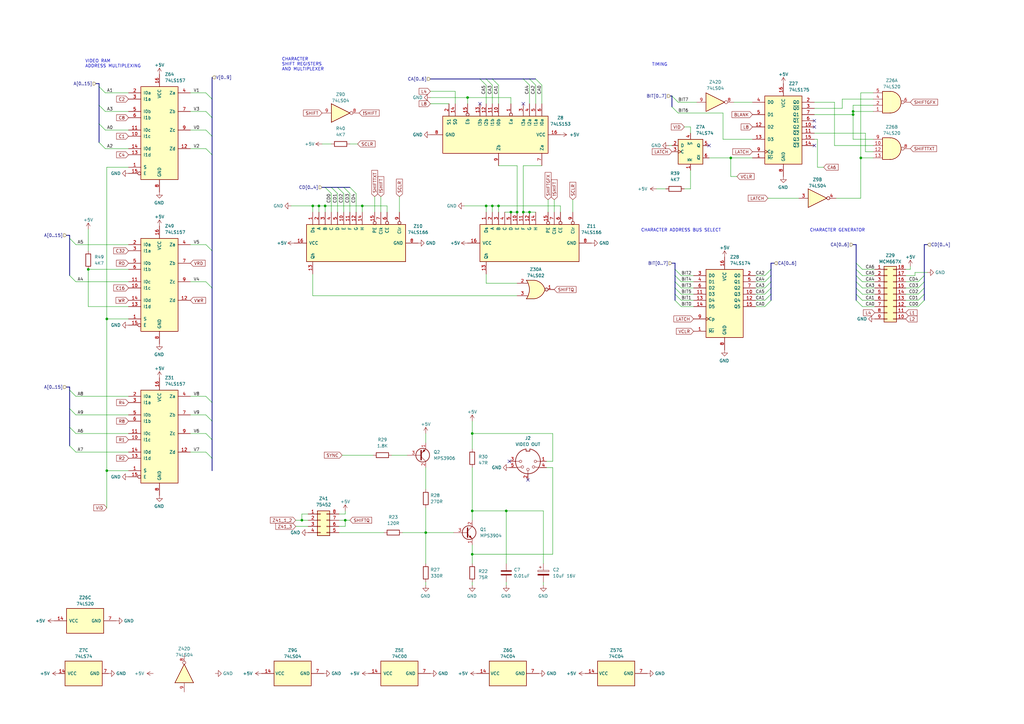
<source format=kicad_sch>
(kicad_sch (version 20230121) (generator eeschema)
  (paper "A3")
  (junction (at 130.81 84.455))
  (junction (at 128.27 84.455))
  (junction (at 349.885 46.99))
  (junction (at 201.93 84.455))
  (junction (at 199.39 84.455))
  (junction (at 193.675 209.55))
  (junction (at 174.625 218.44))
  (junction (at 43.815 130.81))
  (junction (at 209.55 86.995))
  (junction (at 193.675 177.8))
  (junction (at 191.77 40.005))
  (junction (at 214.63 86.995))
  (junction (at 133.35 84.455))
  (junction (at 141.605 213.36))
  (junction (at 43.815 193.04))
  (junction (at 349.885 45.72))
  (junction (at 193.675 227.33))
  (junction (at 299.72 64.77))
  (junction (at 207.645 209.55))
  (junction (at 204.47 84.455))
  (junction (at 123.825 213.36))
  (junction (at 212.09 86.995))
  (junction (at 353.06 64.77))
  (junction (at 148.59 84.455))
  (junction (at 36.195 110.49))
  (junction (at 217.17 86.995))
  (no_connect (at 334.01 59.69))
  (no_connect (at 334.01 49.53))
  (no_connect (at 290.83 59.69))
  (no_connect (at 334.01 52.07))
  (no_connect (at 196.85 42.545))
  (no_connect (at 208.915 189.23))
  (no_connect (at 214.63 42.545))
  (no_connect (at 216.535 196.85))
  (bus_entry (at 351.155 123.19) (size 2.54 2.54))
  (bus_entry (at 84.455 60.96) (size 2.54 2.54))
  (bus_entry (at 40.64 35.56) (size 2.54 2.54))
  (bus_entry (at 313.69 113.03) (size 2.54 -2.54))
  (bus_entry (at 351.155 113.03) (size 2.54 2.54))
  (bus_entry (at 84.455 45.72) (size 2.54 2.54))
  (bus_entry (at 313.69 125.73) (size 2.54 -2.54))
  (bus_entry (at 138.43 76.835) (size 2.54 2.54))
  (bus_entry (at 376.555 115.57) (size 2.54 -2.54))
  (bus_entry (at 84.455 162.56) (size 2.54 2.54))
  (bus_entry (at 313.69 120.65) (size 2.54 -2.54))
  (bus_entry (at 84.455 185.42) (size 2.54 2.54))
  (bus_entry (at 84.455 100.33) (size 2.54 2.54))
  (bus_entry (at 376.555 123.19) (size 2.54 -2.54))
  (bus_entry (at 43.18 60.96) (size -2.54 -2.54))
  (bus_entry (at 376.555 120.65) (size 2.54 -2.54))
  (bus_entry (at 275.59 43.815) (size 2.54 2.54))
  (bus_entry (at 28.575 97.79) (size 2.54 2.54))
  (bus_entry (at 313.69 115.57) (size 2.54 -2.54))
  (bus_entry (at 217.17 32.385) (size 2.54 2.54))
  (bus_entry (at 313.69 123.19) (size 2.54 -2.54))
  (bus_entry (at 201.93 32.385) (size 2.54 2.54))
  (bus_entry (at 43.18 53.34) (size -2.54 -2.54))
  (bus_entry (at 133.35 76.835) (size 2.54 2.54))
  (bus_entry (at 313.69 118.11) (size 2.54 -2.54))
  (bus_entry (at 140.97 76.835) (size 2.54 2.54))
  (bus_entry (at 40.64 43.18) (size 2.54 2.54))
  (bus_entry (at 28.575 167.64) (size 2.54 2.54))
  (bus_entry (at 135.89 76.835) (size 2.54 2.54))
  (bus_entry (at 28.575 182.88) (size 2.54 2.54))
  (bus_entry (at 28.575 175.26) (size 2.54 2.54))
  (bus_entry (at 84.455 115.57) (size 2.54 2.54))
  (bus_entry (at 196.85 32.385) (size 2.54 2.54))
  (bus_entry (at 276.86 113.03) (size 2.54 2.54))
  (bus_entry (at 143.51 76.835) (size 2.54 2.54))
  (bus_entry (at 351.155 110.49) (size 2.54 2.54))
  (bus_entry (at 276.86 110.49) (size 2.54 2.54))
  (bus_entry (at 376.555 118.11) (size 2.54 -2.54))
  (bus_entry (at 84.455 170.18) (size 2.54 2.54))
  (bus_entry (at 351.155 120.65) (size 2.54 2.54))
  (bus_entry (at 275.59 39.37) (size 2.54 2.54))
  (bus_entry (at 84.455 177.8) (size 2.54 2.54))
  (bus_entry (at 351.155 107.95) (size 2.54 2.54))
  (bus_entry (at 276.86 118.11) (size 2.54 2.54))
  (bus_entry (at 351.155 115.57) (size 2.54 2.54))
  (bus_entry (at 214.63 32.385) (size 2.54 2.54))
  (bus_entry (at 376.555 125.73) (size 2.54 -2.54))
  (bus_entry (at 84.455 38.1) (size 2.54 2.54))
  (bus_entry (at 28.575 113.03) (size 2.54 2.54))
  (bus_entry (at 28.575 160.02) (size 2.54 2.54))
  (bus_entry (at 276.86 123.19) (size 2.54 2.54))
  (bus_entry (at 276.86 115.57) (size 2.54 2.54))
  (bus_entry (at 219.71 32.385) (size 2.54 2.54))
  (bus_entry (at 84.455 53.34) (size 2.54 2.54))
  (bus_entry (at 351.155 118.11) (size 2.54 2.54))
  (bus_entry (at 276.86 120.65) (size 2.54 2.54))
  (bus_entry (at 199.39 32.385) (size 2.54 2.54))
  (wire (pts (xy 130.81 84.455) (xy 130.81 86.995)))
  (wire (pts (xy 353.695 110.49) (xy 358.775 110.49)))
  (wire (pts (xy 43.815 68.58) (xy 43.815 130.81)))
  (bus (pts (xy 276.86 113.03) (xy 276.86 115.57)))
  (wire (pts (xy 309.88 118.11) (xy 313.69 118.11)))
  (wire (pts (xy 43.815 130.81) (xy 52.705 130.81)))
  (wire (pts (xy 226.695 227.33) (xy 226.695 191.77)))
  (wire (pts (xy 296.545 57.15) (xy 296.545 46.355)))
  (wire (pts (xy 193.675 238.76) (xy 193.675 240.03)))
  (bus (pts (xy 28.575 97.79) (xy 28.575 113.03)))
  (bus (pts (xy 317.5 107.95) (xy 316.23 107.95)))
  (wire (pts (xy 31.115 100.33) (xy 52.705 100.33)))
  (wire (pts (xy 353.06 38.1) (xy 358.14 38.1)))
  (bus (pts (xy 379.095 115.57) (xy 379.095 118.11)))
  (wire (pts (xy 342.265 41.91) (xy 342.265 59.69)))
  (wire (pts (xy 290.83 64.77) (xy 299.72 64.77)))
  (bus (pts (xy 214.63 32.385) (xy 217.17 32.385)))
  (bus (pts (xy 351.155 110.49) (xy 351.155 113.03)))
  (wire (pts (xy 43.815 193.04) (xy 43.815 208.28)))
  (bus (pts (xy 86.995 31.75) (xy 86.995 40.64)))
  (wire (pts (xy 193.675 223.52) (xy 193.675 227.33)))
  (wire (pts (xy 309.88 123.19) (xy 313.69 123.19)))
  (wire (pts (xy 204.47 84.455) (xy 229.87 84.455)))
  (wire (pts (xy 212.09 116.205) (xy 199.39 116.205)))
  (wire (pts (xy 43.18 38.1) (xy 52.705 38.1)))
  (wire (pts (xy 141.605 210.82) (xy 141.605 209.55)))
  (wire (pts (xy 222.885 231.14) (xy 222.885 209.55)))
  (wire (pts (xy 165.1 218.44) (xy 174.625 218.44)))
  (bus (pts (xy 133.35 76.835) (xy 135.89 76.835)))
  (wire (pts (xy 302.26 72.39) (xy 299.72 72.39)))
  (bus (pts (xy 316.23 118.11) (xy 316.23 120.65)))
  (wire (pts (xy 309.88 115.57) (xy 313.69 115.57)))
  (wire (pts (xy 132.08 59.055) (xy 135.89 59.055)))
  (bus (pts (xy 86.995 63.5) (xy 86.995 102.87)))
  (wire (pts (xy 226.695 177.8) (xy 226.695 189.23)))
  (wire (pts (xy 349.885 46.99) (xy 349.885 57.15)))
  (wire (pts (xy 128.27 84.455) (xy 128.27 86.995)))
  (wire (pts (xy 204.47 84.455) (xy 204.47 86.995)))
  (bus (pts (xy 275.59 107.95) (xy 276.86 107.95)))
  (bus (pts (xy 196.85 32.385) (xy 199.39 32.385)))
  (wire (pts (xy 43.815 130.81) (xy 43.815 193.04)))
  (wire (pts (xy 130.81 84.455) (xy 133.35 84.455)))
  (wire (pts (xy 204.47 34.925) (xy 204.47 42.545)))
  (wire (pts (xy 224.155 189.23) (xy 226.695 189.23)))
  (bus (pts (xy 201.93 32.385) (xy 214.63 32.385)))
  (wire (pts (xy 280.67 52.07) (xy 283.21 52.07)))
  (wire (pts (xy 148.59 84.455) (xy 158.75 84.455)))
  (wire (pts (xy 148.59 84.455) (xy 148.59 86.995)))
  (wire (pts (xy 201.93 84.455) (xy 204.47 84.455)))
  (bus (pts (xy 27.305 96.52) (xy 28.575 96.52)))
  (wire (pts (xy 234.95 81.915) (xy 234.95 86.995)))
  (wire (pts (xy 146.05 79.375) (xy 146.05 86.995)))
  (bus (pts (xy 40.64 50.8) (xy 40.64 58.42)))
  (wire (pts (xy 139.065 218.44) (xy 157.48 218.44)))
  (wire (pts (xy 193.675 172.72) (xy 193.675 177.8)))
  (wire (pts (xy 123.825 213.36) (xy 126.365 213.36)))
  (bus (pts (xy 217.17 32.385) (xy 219.71 32.385)))
  (wire (pts (xy 380.365 111.76) (xy 375.285 111.76)))
  (wire (pts (xy 174.625 181.61) (xy 174.625 177.8)))
  (wire (pts (xy 335.28 68.58) (xy 337.82 68.58)))
  (wire (pts (xy 222.25 34.925) (xy 222.25 42.545)))
  (wire (pts (xy 280.67 77.47) (xy 283.21 77.47)))
  (wire (pts (xy 158.75 86.995) (xy 158.75 84.455)))
  (wire (pts (xy 349.885 43.18) (xy 349.885 45.72)))
  (bus (pts (xy 316.23 110.49) (xy 316.23 113.03)))
  (wire (pts (xy 283.21 77.47) (xy 283.21 69.85)))
  (wire (pts (xy 371.475 125.73) (xy 376.555 125.73)))
  (wire (pts (xy 278.13 41.91) (xy 285.75 41.91)))
  (wire (pts (xy 375.285 113.03) (xy 371.475 113.03)))
  (wire (pts (xy 199.39 84.455) (xy 199.39 86.995)))
  (wire (pts (xy 212.09 67.945) (xy 204.47 67.945)))
  (wire (pts (xy 209.55 42.545) (xy 209.55 40.005)))
  (bus (pts (xy 86.995 55.88) (xy 86.995 63.5)))
  (bus (pts (xy 86.995 40.64) (xy 86.995 48.26)))
  (wire (pts (xy 141.605 213.36) (xy 143.51 213.36)))
  (wire (pts (xy 353.695 115.57) (xy 358.775 115.57)))
  (wire (pts (xy 174.625 208.28) (xy 174.625 218.44)))
  (wire (pts (xy 193.675 177.8) (xy 226.695 177.8)))
  (bus (pts (xy 379.095 113.03) (xy 379.095 115.57)))
  (wire (pts (xy 342.265 59.69) (xy 358.14 59.69)))
  (wire (pts (xy 334.01 41.91) (xy 342.265 41.91)))
  (wire (pts (xy 353.06 64.77) (xy 358.14 64.77)))
  (wire (pts (xy 334.01 57.15) (xy 335.28 57.15)))
  (wire (pts (xy 222.885 209.55) (xy 207.645 209.55)))
  (wire (pts (xy 309.88 125.73) (xy 313.69 125.73)))
  (wire (pts (xy 193.675 177.8) (xy 193.675 184.15)))
  (wire (pts (xy 191.77 40.005) (xy 191.77 42.545)))
  (wire (pts (xy 224.79 81.915) (xy 224.79 86.995)))
  (wire (pts (xy 354.965 62.23) (xy 358.14 62.23)))
  (wire (pts (xy 279.4 118.11) (xy 284.48 118.11)))
  (wire (pts (xy 334.01 54.61) (xy 354.965 54.61)))
  (wire (pts (xy 299.72 64.77) (xy 308.61 64.77)))
  (wire (pts (xy 78.105 170.18) (xy 84.455 170.18)))
  (bus (pts (xy 275.59 39.37) (xy 275.59 43.815)))
  (wire (pts (xy 36.195 125.73) (xy 36.195 110.49)))
  (wire (pts (xy 345.44 40.64) (xy 345.44 44.45)))
  (wire (pts (xy 279.4 125.73) (xy 284.48 125.73)))
  (wire (pts (xy 269.24 77.47) (xy 273.05 77.47)))
  (wire (pts (xy 222.885 238.76) (xy 222.885 240.03)))
  (wire (pts (xy 31.115 162.56) (xy 52.705 162.56)))
  (wire (pts (xy 128.27 112.395) (xy 128.27 121.285)))
  (wire (pts (xy 78.105 60.96) (xy 84.455 60.96)))
  (wire (pts (xy 299.72 72.39) (xy 299.72 64.77)))
  (wire (pts (xy 358.14 43.18) (xy 349.885 43.18)))
  (wire (pts (xy 174.625 218.44) (xy 186.055 218.44)))
  (bus (pts (xy 40.64 34.29) (xy 40.64 35.56)))
  (bus (pts (xy 28.575 160.02) (xy 28.575 167.64)))
  (wire (pts (xy 219.71 34.925) (xy 219.71 42.545)))
  (wire (pts (xy 308.61 57.15) (xy 296.545 57.15)))
  (wire (pts (xy 358.14 40.64) (xy 345.44 40.64)))
  (bus (pts (xy 86.995 48.26) (xy 86.995 55.88)))
  (wire (pts (xy 201.93 34.925) (xy 201.93 42.545)))
  (wire (pts (xy 78.105 162.56) (xy 84.455 162.56)))
  (wire (pts (xy 141.605 215.9) (xy 141.605 213.36)))
  (wire (pts (xy 217.17 34.925) (xy 217.17 42.545)))
  (wire (pts (xy 279.4 123.19) (xy 284.48 123.19)))
  (bus (pts (xy 86.995 118.11) (xy 86.995 165.1)))
  (bus (pts (xy 86.995 165.1) (xy 86.995 172.72)))
  (wire (pts (xy 128.27 121.285) (xy 212.09 121.285)))
  (wire (pts (xy 190.5 84.455) (xy 199.39 84.455)))
  (wire (pts (xy 193.675 209.55) (xy 193.675 213.36)))
  (wire (pts (xy 78.105 45.72) (xy 84.455 45.72)))
  (wire (pts (xy 121.285 215.9) (xy 126.365 215.9)))
  (wire (pts (xy 199.39 116.205) (xy 199.39 112.395)))
  (wire (pts (xy 128.27 84.455) (xy 130.81 84.455)))
  (wire (pts (xy 193.675 227.33) (xy 226.695 227.33)))
  (bus (pts (xy 138.43 76.835) (xy 140.97 76.835)))
  (wire (pts (xy 214.63 67.945) (xy 222.25 67.945)))
  (bus (pts (xy 276.86 120.65) (xy 276.86 123.19)))
  (wire (pts (xy 160.655 186.69) (xy 167.005 186.69)))
  (bus (pts (xy 316.23 115.57) (xy 316.23 118.11)))
  (wire (pts (xy 43.18 60.96) (xy 52.705 60.96)))
  (bus (pts (xy 316.23 113.03) (xy 316.23 115.57)))
  (wire (pts (xy 78.105 115.57) (xy 84.455 115.57)))
  (wire (pts (xy 309.88 113.03) (xy 313.69 113.03)))
  (wire (pts (xy 193.675 209.55) (xy 207.645 209.55)))
  (wire (pts (xy 283.21 52.07) (xy 283.21 54.61)))
  (wire (pts (xy 334.01 44.45) (xy 345.44 44.45)))
  (wire (pts (xy 353.06 81.28) (xy 342.9 81.28)))
  (bus (pts (xy 380.365 100.33) (xy 379.095 100.33)))
  (wire (pts (xy 353.695 125.73) (xy 358.775 125.73)))
  (wire (pts (xy 174.625 218.44) (xy 174.625 231.14)))
  (wire (pts (xy 139.065 215.9) (xy 141.605 215.9)))
  (bus (pts (xy 351.155 120.65) (xy 351.155 123.19)))
  (bus (pts (xy 86.995 187.96) (xy 86.995 193.04)))
  (bus (pts (xy 351.155 113.03) (xy 351.155 115.57)))
  (wire (pts (xy 226.695 191.77) (xy 224.155 191.77)))
  (wire (pts (xy 31.115 170.18) (xy 52.705 170.18)))
  (bus (pts (xy 379.095 100.33) (xy 379.095 113.03)))
  (wire (pts (xy 309.88 120.65) (xy 313.69 120.65)))
  (wire (pts (xy 121.285 213.36) (xy 123.825 213.36)))
  (wire (pts (xy 31.115 177.8) (xy 52.705 177.8)))
  (wire (pts (xy 156.21 80.645) (xy 156.21 86.995)))
  (wire (pts (xy 371.475 118.11) (xy 376.555 118.11)))
  (wire (pts (xy 279.4 120.65) (xy 284.48 120.65)))
  (wire (pts (xy 119.38 84.455) (xy 128.27 84.455)))
  (wire (pts (xy 375.285 111.76) (xy 375.285 113.03)))
  (bus (pts (xy 39.37 34.29) (xy 40.64 34.29)))
  (wire (pts (xy 353.06 38.1) (xy 353.06 64.77)))
  (wire (pts (xy 43.815 193.04) (xy 52.705 193.04)))
  (wire (pts (xy 371.475 115.57) (xy 376.555 115.57)))
  (wire (pts (xy 78.105 38.1) (xy 84.455 38.1)))
  (bus (pts (xy 86.995 180.34) (xy 86.995 187.96)))
  (wire (pts (xy 31.115 115.57) (xy 52.705 115.57)))
  (wire (pts (xy 212.09 86.995) (xy 212.09 67.945)))
  (wire (pts (xy 279.4 113.03) (xy 284.48 113.03)))
  (wire (pts (xy 186.69 37.465) (xy 176.53 37.465)))
  (wire (pts (xy 353.695 123.19) (xy 358.775 123.19)))
  (bus (pts (xy 132.08 76.835) (xy 133.35 76.835)))
  (bus (pts (xy 276.86 110.49) (xy 276.86 113.03)))
  (wire (pts (xy 146.685 59.055) (xy 143.51 59.055)))
  (wire (pts (xy 274.32 59.69) (xy 275.59 59.69)))
  (wire (pts (xy 133.35 84.455) (xy 133.35 86.995)))
  (wire (pts (xy 371.475 110.49) (xy 373.38 110.49)))
  (bus (pts (xy 28.575 158.75) (xy 28.575 160.02)))
  (wire (pts (xy 140.97 79.375) (xy 140.97 86.995)))
  (bus (pts (xy 276.86 115.57) (xy 276.86 118.11)))
  (bus (pts (xy 40.64 43.18) (xy 40.64 50.8)))
  (wire (pts (xy 193.675 191.77) (xy 193.675 209.55)))
  (wire (pts (xy 214.63 86.995) (xy 214.63 67.945)))
  (bus (pts (xy 351.155 100.33) (xy 351.155 107.95)))
  (bus (pts (xy 379.095 118.11) (xy 379.095 120.65)))
  (wire (pts (xy 139.065 210.82) (xy 141.605 210.82)))
  (wire (pts (xy 31.115 185.42) (xy 52.705 185.42)))
  (wire (pts (xy 227.33 81.915) (xy 227.33 86.995)))
  (wire (pts (xy 229.87 86.995) (xy 229.87 84.455)))
  (wire (pts (xy 373.38 110.49) (xy 373.38 109.22)))
  (bus (pts (xy 40.64 35.56) (xy 40.64 43.18)))
  (wire (pts (xy 354.965 54.61) (xy 354.965 62.23)))
  (wire (pts (xy 43.815 68.58) (xy 52.705 68.58)))
  (wire (pts (xy 300.99 41.91) (xy 308.61 41.91)))
  (bus (pts (xy 276.86 118.11) (xy 276.86 120.65)))
  (wire (pts (xy 349.885 45.72) (xy 349.885 46.99)))
  (wire (pts (xy 126.365 210.82) (xy 123.825 210.82)))
  (bus (pts (xy 86.995 102.87) (xy 86.995 118.11)))
  (wire (pts (xy 186.69 42.545) (xy 186.69 37.465)))
  (wire (pts (xy 153.67 80.645) (xy 153.67 86.995)))
  (wire (pts (xy 43.18 45.72) (xy 52.705 45.72)))
  (wire (pts (xy 138.43 79.375) (xy 138.43 86.995)))
  (wire (pts (xy 207.645 231.14) (xy 207.645 209.55)))
  (wire (pts (xy 78.105 100.33) (xy 84.455 100.33)))
  (bus (pts (xy 140.97 76.835) (xy 143.51 76.835)))
  (wire (pts (xy 358.14 45.72) (xy 349.885 45.72)))
  (bus (pts (xy 316.23 107.95) (xy 316.23 110.49)))
  (bus (pts (xy 349.885 100.33) (xy 351.155 100.33)))
  (wire (pts (xy 139.065 213.36) (xy 141.605 213.36)))
  (wire (pts (xy 193.675 227.33) (xy 193.675 231.14)))
  (bus (pts (xy 27.305 158.75) (xy 28.575 158.75)))
  (wire (pts (xy 371.475 123.19) (xy 376.555 123.19)))
  (wire (pts (xy 36.195 93.98) (xy 36.195 102.87)))
  (bus (pts (xy 176.53 32.385) (xy 196.85 32.385)))
  (wire (pts (xy 199.39 84.455) (xy 201.93 84.455)))
  (bus (pts (xy 351.155 115.57) (xy 351.155 118.11)))
  (wire (pts (xy 371.475 120.65) (xy 376.555 120.65)))
  (wire (pts (xy 201.93 84.455) (xy 201.93 86.995)))
  (wire (pts (xy 279.4 115.57) (xy 284.48 115.57)))
  (wire (pts (xy 353.06 64.77) (xy 353.06 81.28)))
  (bus (pts (xy 28.575 175.26) (xy 28.575 182.88)))
  (wire (pts (xy 207.01 86.995) (xy 209.55 86.995)))
  (wire (pts (xy 209.55 40.005) (xy 191.77 40.005)))
  (wire (pts (xy 52.705 125.73) (xy 36.195 125.73)))
  (bus (pts (xy 135.89 76.835) (xy 138.43 76.835)))
  (wire (pts (xy 217.17 86.995) (xy 219.71 86.995)))
  (bus (pts (xy 274.955 39.37) (xy 275.59 39.37)))
  (wire (pts (xy 199.39 34.925) (xy 199.39 42.545)))
  (wire (pts (xy 207.645 240.03) (xy 207.645 238.76)))
  (wire (pts (xy 349.885 57.15) (xy 358.14 57.15)))
  (bus (pts (xy 276.86 107.95) (xy 276.86 110.49)))
  (wire (pts (xy 335.28 57.15) (xy 335.28 68.58)))
  (wire (pts (xy 353.695 113.03) (xy 358.775 113.03)))
  (wire (pts (xy 278.13 46.355) (xy 296.545 46.355)))
  (wire (pts (xy 36.195 110.49) (xy 52.705 110.49)))
  (bus (pts (xy 316.23 120.65) (xy 316.23 123.19)))
  (wire (pts (xy 43.18 53.34) (xy 52.705 53.34)))
  (wire (pts (xy 78.105 177.8) (xy 84.455 177.8)))
  (bus (pts (xy 379.095 120.65) (xy 379.095 123.19)))
  (wire (pts (xy 143.51 79.375) (xy 143.51 86.995)))
  (wire (pts (xy 174.625 238.76) (xy 174.625 240.03)))
  (wire (pts (xy 135.89 79.375) (xy 135.89 86.995)))
  (bus (pts (xy 86.995 180.34) (xy 86.995 172.72)))
  (wire (pts (xy 174.625 191.77) (xy 174.625 200.66)))
  (wire (pts (xy 334.01 46.99) (xy 349.885 46.99)))
  (wire (pts (xy 133.35 84.455) (xy 148.59 84.455)))
  (bus (pts (xy 28.575 167.64) (xy 28.575 175.26)))
  (wire (pts (xy 191.77 40.005) (xy 176.53 40.005)))
  (bus (pts (xy 199.39 32.385) (xy 201.93 32.385)))
  (wire (pts (xy 163.83 80.645) (xy 163.83 86.995)))
  (bus (pts (xy 351.155 118.11) (xy 351.155 120.65)))
  (wire (pts (xy 209.55 86.995) (xy 212.09 86.995)))
  (bus (pts (xy 351.155 107.95) (xy 351.155 110.49)))
  (wire (pts (xy 314.96 81.28) (xy 327.66 81.28)))
  (wire (pts (xy 123.825 210.82) (xy 123.825 213.36)))
  (wire (pts (xy 140.335 186.69) (xy 153.035 186.69)))
  (wire (pts (xy 78.105 185.42) (xy 84.455 185.42)))
  (wire (pts (xy 176.53 42.545) (xy 184.15 42.545)))
  (bus (pts (xy 28.575 96.52) (xy 28.575 97.79)))
  (wire (pts (xy 353.695 118.11) (xy 358.775 118.11)))
  (wire (pts (xy 214.63 86.995) (xy 217.17 86.995)))
  (wire (pts (xy 353.695 120.65) (xy 358.775 120.65)))
  (wire (pts (xy 78.105 53.34) (xy 84.455 53.34)))
  (text "VIDEO RAM \nADDRESS MULTIPLEXING" (at 34.925 27.94 0) (effects (font (size 1.27 1.27)) (justify left bottom)))
  (text "TIMING" (at 267.335 27.305 0) (effects (font (size 1.27 1.27)) (justify left bottom)))
  (text "CHARACTER \nSHIFT REGISTERS\nAND MULTIPLEXER" (at 115.57 29.21 0) (effects (font (size 1.27 1.27)) (justify left bottom)))
  (text "CHARACTER GENERATOR\n" (at 332.105 95.25 0) (effects (font (size 1.27 1.27)) (justify left bottom)))
  (text "CHARACTER ADDRESS BUS SELECT" (at 262.89 95.25 0) (effects (font (size 1.27 1.27)) (justify left bottom)))
  (label "CA1" (at 354.965 123.19 0))
  (label "A2" (at 43.815 60.96 0))
  (label "V3" (at 79.375 45.72 0))
  (label "CD1" (at 138.43 79.375 270))
  (label "CD0" (at 372.745 125.73 0))
  (label "A6" (at 31.75 177.8 0))
  (label "CA2" (at 219.71 38.735 90))
  (label "CA1" (at 204.47 38.735 90))
  (label "V4" (at 79.375 115.57 0))
  (label "A5" (at 31.75 100.33 0))
  (label "CA4" (at 309.88 115.57 0))
  (label "CA5" (at 354.965 113.03 0))
  (label "CD4" (at 146.05 79.375 270))
  (label "CD2" (at 372.745 120.65 0))
  (label "CA3" (at 201.93 38.735 90))
  (label "A0" (at 43.815 53.34 0))
  (label "BIT3" (at 279.4 118.11 0))
  (label "A8" (at 31.75 162.56 0))
  (label "BIT0" (at 279.4 125.73 0))
  (label "CA2" (at 309.88 113.03 0))
  (label "V7" (at 79.375 185.42 0))
  (label "CD0" (at 135.89 79.375 270))
  (label "CD3" (at 372.745 118.11 0))
  (label "CD3" (at 143.51 79.375 270))
  (label "BIT6" (at 278.13 46.355 0))
  (label "CD2" (at 140.97 79.375 270))
  (label "CA2" (at 354.965 120.65 0))
  (label "CA4" (at 217.17 38.735 90))
  (label "CA1" (at 309.88 123.19 0))
  (label "CA4" (at 354.965 115.57 0))
  (label "CD4" (at 372.745 115.57 0))
  (label "CA5" (at 199.39 38.735 90))
  (label "V2" (at 79.375 60.96 0))
  (label "CA3" (at 354.965 118.11 0))
  (label "CA6" (at 354.965 110.49 0))
  (label "BIT5" (at 279.4 120.65 0))
  (label "V1" (at 79.375 38.1 0))
  (label "A4" (at 31.75 115.57 0))
  (label "CA0" (at 354.965 125.73 0))
  (label "A1" (at 43.815 38.1 0))
  (label "V6" (at 79.375 177.8 0))
  (label "V9" (at 79.375 170.18 0))
  (label "CD1" (at 372.745 123.19 0))
  (label "V0" (at 79.375 53.34 0))
  (label "A7" (at 31.75 185.42 0))
  (label "BIT4" (at 279.4 115.57 0))
  (label "CA3" (at 309.88 118.11 0))
  (label "BIT2" (at 279.4 113.03 0))
  (label "CA0" (at 222.25 38.735 90))
  (label "BIT7" (at 278.13 41.91 0))
  (label "A9" (at 31.75 170.18 0))
  (label "BIT1" (at 279.4 123.19 0))
  (label "A3" (at 43.815 45.72 0))
  (label "CA0" (at 309.88 125.73 0))
  (label "V8" (at 79.375 162.56 0))
  (label "CA5" (at 309.88 120.65 0))
  (label "V5" (at 79.375 100.33 0))
  (global_label "!SHIFT" (shape input) (at 156.21 80.645 90) (property "Intersheetrefs" "${INTERSHEET_REFS}" (effects hide)))
  (global_label "!SHIFT" (shape input) (at 147.32 46.355 0) (property "Intersheetrefs" "${INTERSHEET_REFS}" (effects hide)))
  (global_label "VID" (shape input) (at 280.67 52.07 180) (property "Intersheetrefs" "${INTERSHEET_REFS}" (effects hide)))
  (global_label "SHIFTQ" (shape input) (at 227.33 118.745 0) (property "Intersheetrefs" "${INTERSHEET_REFS}" (effects hide)))
  (global_label "CA6" (shape input) (at 337.82 68.58 0) (property "Intersheetrefs" "${INTERSHEET_REFS}" (effects hide)))
  (global_label "L8" (shape input) (at 176.53 42.545 180) (property "Intersheetrefs" "${INTERSHEET_REFS}" (effects hide)))
  (global_label "WR" (shape input) (at 52.705 123.19 180) (property "Intersheetrefs" "${INTERSHEET_REFS}" (effects hide)))
  (global_label "LATCH" (shape input) (at 284.48 130.81 180) (property "Intersheetrefs" "${INTERSHEET_REFS}" (effects hide)))
  (global_label "VCLR" (shape input) (at 302.26 72.39 0) (property "Intersheetrefs" "${INTERSHEET_REFS}" (effects hide)))
  (global_label "SHIFTTXT" (shape input) (at 373.38 60.96 0) (property "Intersheetrefs" "${INTERSHEET_REFS}" (effects hide)))
  (global_label "LATCH" (shape input) (at 275.59 62.23 180) (property "Intersheetrefs" "${INTERSHEET_REFS}" (effects hide)))
  (global_label "R4" (shape input) (at 52.705 165.1 180) (property "Intersheetrefs" "${INTERSHEET_REFS}" (effects hide)))
  (global_label "Z41_1_2" (shape input) (at 121.285 213.36 180) (property "Intersheetrefs" "${INTERSHEET_REFS}" (effects hide)))
  (global_label "RD" (shape input) (at 52.705 107.95 180) (property "Intersheetrefs" "${INTERSHEET_REFS}" (effects hide)))
  (global_label "L1" (shape input) (at 371.475 128.27 0) (property "Intersheetrefs" "${INTERSHEET_REFS}" (effects hide)))
  (global_label "SHIFT" (shape input) (at 132.08 46.355 180) (property "Intersheetrefs" "${INTERSHEET_REFS}" (effects hide)))
  (global_label "C16" (shape input) (at 52.705 118.11 180) (property "Intersheetrefs" "${INTERSHEET_REFS}" (effects hide)))
  (global_label "VRD" (shape input) (at 78.105 107.95 0) (property "Intersheetrefs" "${INTERSHEET_REFS}" (effects hide)))
  (global_label "!SHIFT" (shape input) (at 227.33 81.915 90) (property "Intersheetrefs" "${INTERSHEET_REFS}" (effects hide)))
  (global_label "SHIFTGFX" (shape input) (at 373.38 41.91 0) (property "Intersheetrefs" "${INTERSHEET_REFS}" (effects hide)))
  (global_label "Z41_3" (shape input) (at 121.285 215.9 180) (property "Intersheetrefs" "${INTERSHEET_REFS}" (effects hide)))
  (global_label "VCLR" (shape input) (at 284.48 135.89 180) (property "Intersheetrefs" "${INTERSHEET_REFS}" (effects hide)))
  (global_label "SHIFTGFX" (shape input) (at 224.79 81.915 90) (property "Intersheetrefs" "${INTERSHEET_REFS}" (effects hide)))
  (global_label "R8" (shape input) (at 52.705 172.72 180) (property "Intersheetrefs" "${INTERSHEET_REFS}" (effects hide)))
  (global_label "C4" (shape input) (at 52.705 63.5 180) (property "Intersheetrefs" "${INTERSHEET_REFS}" (effects hide)))
  (global_label "C32" (shape input) (at 52.705 102.87 180) (property "Intersheetrefs" "${INTERSHEET_REFS}" (effects hide)))
  (global_label "R2" (shape input) (at 52.705 187.96 180) (property "Intersheetrefs" "${INTERSHEET_REFS}" (effects hide)))
  (global_label "L2" (shape input) (at 371.475 130.81 0) (property "Intersheetrefs" "${INTERSHEET_REFS}" (effects hide)))
  (global_label "C2" (shape input) (at 52.705 40.64 180) (property "Intersheetrefs" "${INTERSHEET_REFS}" (effects hide)))
  (global_label "R1" (shape input) (at 52.705 180.34 180) (property "Intersheetrefs" "${INTERSHEET_REFS}" (effects hide)))
  (global_label "SHIFTTXT" (shape input) (at 153.67 80.645 90) (property "Intersheetrefs" "${INTERSHEET_REFS}" (effects hide)))
  (global_label "C1" (shape input) (at 52.705 55.88 180) (property "Intersheetrefs" "${INTERSHEET_REFS}" (effects hide)))
  (global_label "C8" (shape input) (at 52.705 48.26 180) (property "Intersheetrefs" "${INTERSHEET_REFS}" (effects hide)))
  (global_label "SCLR" (shape input) (at 146.685 59.055 0) (property "Intersheetrefs" "${INTERSHEET_REFS}" (effects hide)))
  (global_label "SCLR" (shape input) (at 163.83 80.645 90) (property "Intersheetrefs" "${INTERSHEET_REFS}" (effects hide)))
  (global_label "VWR" (shape input) (at 78.105 123.19 0) (property "Intersheetrefs" "${INTERSHEET_REFS}" (effects hide)))
  (global_label "L8" (shape input) (at 308.61 52.07 180) (property "Intersheetrefs" "${INTERSHEET_REFS}" (effects hide)))
  (global_label "LATCH" (shape input) (at 308.61 62.23 180) (property "Intersheetrefs" "${INTERSHEET_REFS}" (effects hide)))
  (global_label "L4" (shape input) (at 176.53 37.465 180) (property "Intersheetrefs" "${INTERSHEET_REFS}" (effects hide)))
  (global_label "BLANK" (shape input) (at 308.61 46.99 180) (property "Intersheetrefs" "${INTERSHEET_REFS}" (effects hide)))
  (global_label "SCLR" (shape input) (at 234.95 81.915 90) (property "Intersheetrefs" "${INTERSHEET_REFS}" (effects hide)))
  (global_label "SYNC" (shape input) (at 140.335 186.69 180) (property "Intersheetrefs" "${INTERSHEET_REFS}" (effects hide)))
  (global_label "LATCH" (shape input) (at 314.96 81.28 180) (property "Intersheetrefs" "${INTERSHEET_REFS}" (effects hide)))
  (global_label "VID" (shape input) (at 43.815 208.28 180) (property "Intersheetrefs" "${INTERSHEET_REFS}" (effects hide)))
  (global_label "SHIFTQ" (shape input) (at 143.51 213.36 0) (property "Intersheetrefs" "${INTERSHEET_REFS}" (effects hide)))
  (global_label "L4" (shape input) (at 358.775 128.27 180) (property "Intersheetrefs" "${INTERSHEET_REFS}" (effects hide)))
  (hierarchical_label "V[0..9]" (shape input) (at 86.995 31.75 0))
  (hierarchical_label "CD[0..4]" (shape input) (at 132.08 76.835 180))
  (hierarchical_label "CA[0..6]" (shape input) (at 176.53 32.385 180))
  (hierarchical_label "A[0..15]" (shape input) (at 27.305 96.52 180))
  (hierarchical_label "CA[0..6]" (shape input) (at 317.5 107.95 0))
  (hierarchical_label "BIT[0..7]" (shape input) (at 275.59 107.95 180))
  (hierarchical_label "A[0..15]" (shape input) (at 39.37 34.29 180))
  (hierarchical_label "BIT[0..7]" (shape input) (at 274.955 39.37 180))
  (hierarchical_label "A[0..15]" (shape input) (at 27.305 158.75 180))
  (hierarchical_label "CD[0..4]" (shape input) (at 380.365 100.33 0))
  (hierarchical_label "CA[0..6]" (shape input) (at 349.885 100.33 180))
  (symbol (lib_id "power:+5V") (at 191.77 99.695 90) (unit 1)
    (property "Reference" "#PWR010" (effects hide))
    (property "Value" "+5V" (at 186.69 99.695 90))
    (instances (project "TRS80IUS" (path "" (reference "#PWR010") (unit 1)) (path "" (reference "#PWR042") (unit 1)) (path "" (reference "#PWR048") (unit 1)) (path "" (reference "#PWR062") (unit 1))))
  )
  (symbol (lib_id "power:+5V") (at 132.08 59.055 90) (unit 1)
    (property "Reference" "#PWR010" (effects hide))
    (property "Value" "+5V" (at 127 59.055 90))
    (instances (project "TRS80IUS" (path "" (reference "#PWR010") (unit 1)) (path "" (reference "#PWR042") (unit 1)) (path "" (reference "#PWR048") (unit 1)) (path "" (reference "#PWR057") (unit 1))))
  )
  (symbol (lib_id "power:GND") (at 119.38 84.455 270) (unit 1)
    (property "Reference" "#PWR0108" (effects hide))
    (property "Value" "GND" (at 116.205 84.455 90) (effects (justify right)))
    (instances (project "TRS80IUS" (path "" (reference "#PWR0108") (unit 1)) (path "" (reference "#PWR0123") (unit 1)) (path "" (reference "#PWR0132") (unit 1)) (path "" (reference "#PWR0137") (unit 1)) (path "" (reference "#PWR0164") (unit 1)) (path "" (reference "#PWR055") (unit 1))))
  )
  (symbol (lib_id "power:GND") (at 176.53 40.005 270) (unit 1)
    (property "Reference" "#PWR0108" (effects hide))
    (property "Value" "GND" (at 173.355 40.005 90) (effects (justify right)))
    (instances (project "TRS80IUS" (path "" (reference "#PWR0108") (unit 1)) (path "" (reference "#PWR0123") (unit 1)) (path "" (reference "#PWR0132") (unit 1)) (path "" (reference "#PWR0137") (unit 1)) (path "" (reference "#PWR0164") (unit 1)) (path "" (reference "#PWR059") (unit 1))))
  )
  (symbol (lib_id "74xx:74HC04") (at 252.73 276.225 90) (unit 7)
    (property "Reference" "Z57" (at 252.73 266.7 90))
    (property "Value" "74C04" (at 252.73 269.24 90))
    (property "Footprint" "TRS80IUS:DIP-14_W7.62mm" (effects hide))
    (property "Datasheet" "https://assets.nexperia.com/documents/data-sheet/74HC_HCT04.pdf" (effects hide))
  )
  (symbol (lib_id "74xx:74LS20") (at 365.76 41.91 0) (mirror x) (unit 1)
    (property "Reference" "Z26" (at 365.76 33.02 0))
    (property "Value" "74LS20" (at 365.76 35.56 0))
    (property "Footprint" "TRS80IUS:DIP-14_W7.62mm" (effects hide))
    (property "Datasheet" "http://www.ti.com/lit/gpn/sn74LS20" (effects hide))
  )
  (symbol (lib_id "power:GND") (at 321.31 72.39 0) (unit 1)
    (property "Reference" "#PWR0108" (effects hide))
    (property "Value" "GND" (at 323.215 76.835 0) (effects (justify right)))
    (instances (project "TRS80IUS" (path "" (reference "#PWR0108") (unit 1)) (path "" (reference "#PWR0123") (unit 1)) (path "" (reference "#PWR0132") (unit 1)) (path "" (reference "#PWR0137") (unit 1)) (path "" (reference "#PWR0164") (unit 1)) (path "" (reference "#PWR043") (unit 1))))
  )
  (symbol (lib_id "power:GND") (at 52.705 133.35 270) (unit 1)
    (property "Reference" "#PWR0108" (effects hide))
    (property "Value" "GND" (at 49.53 133.35 90) (effects (justify right)))
    (instances (project "TRS80IUS" (path "" (reference "#PWR0108") (unit 1)) (path "" (reference "#PWR0123") (unit 1)) (path "" (reference "#PWR0132") (unit 1)) (path "" (reference "#PWR0137") (unit 1)) (path "" (reference "#PWR0164") (unit 1)) (path "" (reference "#PWR032") (unit 1))))
  )
  (symbol (lib_id "power:+5V") (at 141.605 209.55 0) (unit 1)
    (property "Reference" "#PWR010" (effects hide))
    (property "Value" "+5V" (at 141.605 205.74 0))
    (instances (project "TRS80IUS" (path "" (reference "#PWR010") (unit 1)) (path "" (reference "#PWR042") (unit 1)) (path "" (reference "#PWR048") (unit 1)) (path "" (reference "#PWR074") (unit 1))))
  )
  (symbol (lib_id "74xx:74LS157") (at 65.405 53.34 0) (unit 1)
    (property "Reference" "Z64" (at 67.5991 30.48 0) (effects (justify left)))
    (property "Value" "74LS157" (at 67.5991 33.02 0) (effects (justify left)))
    (property "Footprint" "TRS80IUS:DIP-16_W7.62mm" (effects hide))
    (property "Datasheet" "http://www.ti.com/lit/gpn/sn74LS157" (effects hide))
  )
  (symbol (lib_id "Device:R") (at 193.675 234.95 0) (unit 1)
    (property "Reference" "R22" (at 196.215 234.315 0) (effects (justify left)))
    (property "Value" "75R" (at 196.215 236.855 0) (effects (justify left)))
    (property "Footprint" "TRS80IUS:Resistor 12.7mm" (effects hide))
  )
  (symbol (lib_id "power:GND") (at 52.705 71.12 270) (unit 1)
    (property "Reference" "#PWR0108" (effects hide))
    (property "Value" "GND" (at 49.53 71.12 90) (effects (justify right)))
    (instances (project "TRS80IUS" (path "" (reference "#PWR0108") (unit 1)) (path "" (reference "#PWR0123") (unit 1)) (path "" (reference "#PWR0132") (unit 1)) (path "" (reference "#PWR0137") (unit 1)) (path "" (reference "#PWR0164") (unit 1)) (path "" (reference "#PWR031") (unit 1))))
  )
  (symbol (lib_id "power:+5V") (at 269.24 77.47 90) (unit 1)
    (property "Reference" "#PWR010" (effects hide))
    (property "Value" "+5V" (at 263.525 77.47 90))
    (instances (project "TRS80IUS" (path "" (reference "#PWR010") (unit 1)) (path "" (reference "#PWR042") (unit 1)) (path "" (reference "#PWR048") (unit 1)) (path "" (reference "#PWR040") (unit 1))))
  )
  (symbol (lib_id "power:+5V") (at 151.13 276.225 90) (unit 1)
    (property "Reference" "#PWR010" (effects hide))
    (property "Value" "+5V" (at 145.415 276.225 90))
    (instances (project "TRS80IUS" (path "" (reference "#PWR010") (unit 1)) (path "" (reference "#PWR042") (unit 1)) (path "" (reference "#PWR048") (unit 1)) (path "" (reference "#PWR066") (unit 1))))
  )
  (symbol (lib_id "74xx:74LS74") (at 34.29 276.225 90) (unit 3)
    (property "Reference" "Z7" (at 34.29 266.7 90))
    (property "Value" "74LS74" (at 34.29 269.24 90))
    (property "Footprint" "TRS80IUS:DIP-14_W7.62mm" (effects hide))
    (property "Datasheet" "74xx/74hc_hct74.pdf" (effects hide))
  )
  (symbol (lib_id "74xx:74LS00") (at 163.83 276.225 90) (unit 5)
    (property "Reference" "Z5" (at 163.83 266.7 90))
    (property "Value" "74C00" (at 163.83 269.24 90))
    (property "Footprint" "TRS80IUS:DIP-14_W7.62mm" (effects hide))
    (property "Datasheet" "http://www.ti.com/lit/gpn/sn74ls00" (effects hide))
  )
  (symbol (lib_id "power:+5V") (at 297.18 105.41 0) (unit 1)
    (property "Reference" "#PWR010" (effects hide))
    (property "Value" "+5V" (at 297.18 101.6 0))
    (instances (project "TRS80IUS" (path "" (reference "#PWR010") (unit 1)) (path "" (reference "#PWR042") (unit 1)) (path "" (reference "#PWR048") (unit 1)) (path "" (reference "#PWR050") (unit 1))))
  )
  (symbol (lib_id "power:GND") (at 190.5 84.455 270) (unit 1)
    (property "Reference" "#PWR0108" (effects hide))
    (property "Value" "GND" (at 187.325 84.455 90) (effects (justify right)))
    (instances (project "TRS80IUS" (path "" (reference "#PWR0108") (unit 1)) (path "" (reference "#PWR0123") (unit 1)) (path "" (reference "#PWR0132") (unit 1)) (path "" (reference "#PWR0137") (unit 1)) (path "" (reference "#PWR0164") (unit 1)) (path "" (reference "#PWR061") (unit 1))))
  )
  (symbol (lib_id "74xx:74LS20") (at 34.925 254.635 90) (unit 3)
    (property "Reference" "Z26" (at 34.925 245.11 90))
    (property "Value" "74LS20" (at 34.925 247.65 90))
    (property "Footprint" "TRS80IUS:DIP-14_W7.62mm" (effects hide))
    (property "Datasheet" "http://www.ti.com/lit/gpn/sn74LS20" (effects hide))
  )
  (symbol (lib_id "power:GND") (at 176.53 276.225 90) (unit 1)
    (property "Reference" "#PWR0108" (effects hide))
    (property "Value" "GND" (at 179.705 276.225 90) (effects (justify right)))
    (instances (project "TRS80IUS" (path "" (reference "#PWR0108") (unit 1)) (path "" (reference "#PWR0123") (unit 1)) (path "" (reference "#PWR0132") (unit 1)) (path "" (reference "#PWR0137") (unit 1)) (path "" (reference "#PWR0164") (unit 1)) (path "" (reference "#PWR065") (unit 1))))
  )
  (symbol (lib_id "power:+5V") (at 107.315 276.225 90) (unit 1)
    (property "Reference" "#PWR010" (effects hide))
    (property "Value" "+5V" (at 101.6 276.225 90))
    (instances (project "TRS80IUS" (path "" (reference "#PWR010") (unit 1)) (path "" (reference "#PWR042") (unit 1)) (path "" (reference "#PWR048") (unit 1)) (path "" (reference "#PWR049") (unit 1))))
  )
  (symbol (lib_id "power:GND") (at 265.43 276.225 90) (unit 1)
    (property "Reference" "#PWR0108" (effects hide))
    (property "Value" "GND" (at 268.605 276.225 90) (effects (justify right)))
    (instances (project "TRS80IUS" (path "" (reference "#PWR0108") (unit 1)) (path "" (reference "#PWR0123") (unit 1)) (path "" (reference "#PWR0132") (unit 1)) (path "" (reference "#PWR0137") (unit 1)) (path "" (reference "#PWR0164") (unit 1)) (path "" (reference "#PWR068") (unit 1))))
  )
  (symbol (lib_id "Connector_Generic:Conn_02x09_Counter_Clockwise") (at 363.855 120.65 0) (unit 1)
    (property "Reference" "Z29" (at 365.125 104.775 0))
    (property "Value" "MCM667X" (at 365.125 107.315 0))
    (property "Footprint" "TRS80IUS:DIP-18_W7.62mm" (effects hide))
  )
  (symbol (lib_id "Transistor_BJT:2SA1015") (at 172.085 186.69 0) (mirror x) (unit 1)
    (property "Reference" "Q2" (at 177.8 185.42 0) (effects (justify left)))
    (property "Value" "MPS3906" (at 177.8 187.96 0) (effects (justify left)))
    (property "Footprint" "TRS80IUS:Transistor" (effects hide))
    (property "Datasheet" "http://www.datasheetcatalog.org/datasheet/toshiba/905.pdf" (effects hide))
  )
  (symbol (lib_id "74xx:74LS166") (at 217.17 99.695 90) (mirror x) (unit 1)
    (property "Reference" "Z11" (at 242.57 92.7669 90))
    (property "Value" "74LS166" (at 242.57 95.3069 90))
    (property "Footprint" "TRS80IUS:DIP-16_W7.62mm" (effects hide))
    (property "Datasheet" "http://www.ti.com/lit/gpn/sn74LS166" (effects hide))
  )
  (symbol (lib_id "Connector:DIN-5_180degree") (at 216.535 189.23 180) (unit 1)
    (property "Reference" "J2" (at 216.535 179.705 0))
    (property "Value" "VIDEO OUT" (at 216.535 182.245 0))
    (property "Footprint" "TRS80IUS:5-Pin DIN Socket - J2" (effects hide))
    (property "Datasheet" "http://www.mouser.com/ds/2/18/40_c091_abd_e-75918.pdf" (effects hide))
  )
  (symbol (lib_id "power:GND") (at 52.705 195.58 270) (unit 1)
    (property "Reference" "#PWR0108" (effects hide))
    (property "Value" "GND" (at 49.53 195.58 90) (effects (justify right)))
    (instances (project "TRS80IUS" (path "" (reference "#PWR0108") (unit 1)) (path "" (reference "#PWR0123") (unit 1)) (path "" (reference "#PWR0132") (unit 1)) (path "" (reference "#PWR0137") (unit 1)) (path "" (reference "#PWR0164") (unit 1)) (path "" (reference "#PWR033") (unit 1))))
  )
  (symbol (lib_id "Device:R") (at 139.7 59.055 90) (unit 1)
    (property "Reference" "R40" (at 139.7 52.705 90))
    (property "Value" "4K7" (at 139.7 55.245 90))
    (property "Footprint" "TRS80IUS:Resistor 12.7mm" (effects hide))
  )
  (symbol (lib_id "power:+5V") (at 65.405 154.94 0) (unit 1)
    (property "Reference" "#PWR010" (effects hide))
    (property "Value" "+5V" (at 65.405 151.13 0))
    (instances (project "TRS80IUS" (path "" (reference "#PWR010") (unit 1)) (path "" (reference "#PWR042") (unit 1)) (path "" (reference "#PWR048") (unit 1)) (path "" (reference "#PWR038") (unit 1))))
  )
  (symbol (lib_id "74xx:74LS175") (at 321.31 52.07 0) (unit 1)
    (property "Reference" "Z27" (at 323.5041 34.29 0) (effects (justify left)))
    (property "Value" "74LS175" (at 323.5041 36.83 0) (effects (justify left)))
    (property "Footprint" "TRS80IUS:DIP-16_W7.62mm" (effects hide))
    (property "Datasheet" "http://www.ti.com/lit/gpn/sn74LS175" (effects hide))
  )
  (symbol (lib_id "power:+5V") (at 240.03 276.225 90) (unit 1)
    (property "Reference" "#PWR010" (effects hide))
    (property "Value" "+5V" (at 234.315 276.225 90))
    (instances (project "TRS80IUS" (path "" (reference "#PWR010") (unit 1)) (path "" (reference "#PWR042") (unit 1)) (path "" (reference "#PWR048") (unit 1)) (path "" (reference "#PWR069") (unit 1))))
  )
  (symbol (lib_id "power:GND") (at 88.265 276.225 90) (unit 1)
    (property "Reference" "#PWR0108" (effects hide))
    (property "Value" "GND" (at 91.44 276.225 90) (effects (justify right)))
    (instances (project "TRS80IUS" (path "" (reference "#PWR0108") (unit 1)) (path "" (reference "#PWR0123") (unit 1)) (path "" (reference "#PWR0132") (unit 1)) (path "" (reference "#PWR0137") (unit 1)) (path "" (reference "#PWR0164") (unit 1)) (path "" (reference "#PWR046") (unit 1))))
  )
  (symbol (lib_id "power:+5V") (at 174.625 177.8 0) (unit 1)
    (property "Reference" "#PWR010" (effects hide))
    (property "Value" "+5V" (at 174.625 173.99 0))
    (instances (project "TRS80IUS" (path "" (reference "#PWR010") (unit 1)) (path "" (reference "#PWR042") (unit 1)) (path "" (reference "#PWR048") (unit 1)) (path "" (reference "#PWR075") (unit 1))))
  )
  (symbol (lib_id "power:+5V") (at 321.31 34.29 0) (unit 1)
    (property "Reference" "#PWR010" (effects hide))
    (property "Value" "+5V" (at 321.31 30.48 0))
    (instances (project "TRS80IUS" (path "" (reference "#PWR010") (unit 1)) (path "" (reference "#PWR042") (unit 1)) (path "" (reference "#PWR048") (unit 1)) (path "" (reference "#PWR042") (unit 1))))
  )
  (symbol (lib_id "power:GND") (at 274.32 59.69 270) (unit 1)
    (property "Reference" "#PWR0108" (effects hide))
    (property "Value" "GND" (at 271.145 59.69 90) (effects (justify right)))
    (instances (project "TRS80IUS" (path "" (reference "#PWR0108") (unit 1)) (path "" (reference "#PWR0123") (unit 1)) (path "" (reference "#PWR0132") (unit 1)) (path "" (reference "#PWR0137") (unit 1)) (path "" (reference "#PWR0164") (unit 1)) (path "" (reference "#PWR041") (unit 1))))
  )
  (symbol (lib_id "74xx:74LS157") (at 65.405 177.8 0) (unit 1)
    (property "Reference" "Z31" (at 67.5991 154.94 0) (effects (justify left)))
    (property "Value" "74LS157" (at 67.5991 157.48 0) (effects (justify left)))
    (property "Footprint" "TRS80IUS:DIP-16_W7.62mm" (effects hide))
    (property "Datasheet" "http://www.ti.com/lit/gpn/sn74LS157" (effects hide))
  )
  (symbol (lib_id "power:GND") (at 65.405 78.74 0) (unit 1)
    (property "Reference" "#PWR0108" (effects hide))
    (property "Value" "GND" (at 67.31 83.185 0) (effects (justify right)))
    (instances (project "TRS80IUS" (path "" (reference "#PWR0108") (unit 1)) (path "" (reference "#PWR0123") (unit 1)) (path "" (reference "#PWR0132") (unit 1)) (path "" (reference "#PWR0137") (unit 1)) (path "" (reference "#PWR0164") (unit 1)) (path "" (reference "#PWR035") (unit 1))))
  )
  (symbol (lib_id "74xx:74LS20") (at 365.76 60.96 0) (unit 2)
    (property "Reference" "Z26" (at 365.7503 52.07 0))
    (property "Value" "74LS20" (at 365.7503 54.61 0))
    (property "Footprint" "TRS80IUS:DIP-14_W7.62mm" (effects hide))
    (property "Datasheet" "http://www.ti.com/lit/gpn/sn74LS20" (effects hide))
  )
  (symbol (lib_id "power:+5V") (at 24.13 276.225 90) (unit 1)
    (property "Reference" "#PWR010" (effects hide))
    (property "Value" "+5V" (at 18.415 276.225 90))
    (instances (project "TRS80IUS" (path "" (reference "#PWR010") (unit 1)) (path "" (reference "#PWR042") (unit 1)) (path "" (reference "#PWR048") (unit 1)) (path "" (reference "#PWR044") (unit 1))))
  )
  (symbol (lib_id "74xx:74LS04") (at 120.015 276.225 90) (unit 7)
    (property "Reference" "Z9" (at 120.015 266.7 90))
    (property "Value" "74LS04" (at 120.015 269.24 90))
    (property "Footprint" "TRS80IUS:DIP-14_W7.62mm" (effects hide))
    (property "Datasheet" "http://www.ti.com/lit/gpn/sn74LS04" (effects hide))
  )
  (symbol (lib_id "74xx:74LS157") (at 65.405 115.57 0) (unit 1)
    (property "Reference" "Z49" (at 67.5991 92.71 0) (effects (justify left)))
    (property "Value" "74LS157" (at 67.5991 95.25 0) (effects (justify left)))
    (property "Footprint" "TRS80IUS:DIP-16_W7.62mm" (effects hide))
    (property "Datasheet" "http://www.ti.com/lit/gpn/sn74LS157" (effects hide))
  )
  (symbol (lib_id "power:GND") (at 174.625 240.03 0) (unit 1)
    (property "Reference" "#PWR0108" (effects hide))
    (property "Value" "GND" (at 176.53 244.475 0) (effects (justify right)))
    (instances (project "TRS80IUS" (path "" (reference "#PWR0108") (unit 1)) (path "" (reference "#PWR0123") (unit 1)) (path "" (reference "#PWR0132") (unit 1)) (path "" (reference "#PWR0137") (unit 1)) (path "" (reference "#PWR0164") (unit 1)) (path "" (reference "#PWR076") (unit 1))))
  )
  (symbol (lib_id "74xx:74LS153") (at 204.47 55.245 270) (unit 1)
    (property "Reference" "Z8" (at 229.87 48.3169 90))
    (property "Value" "74LS153" (at 229.87 50.8569 90))
    (property "Footprint" "TRS80IUS:DIP-16_W7.62mm" (effects hide))
    (property "Datasheet" "http://www.ti.com/lit/gpn/sn74LS153" (effects hide))
  )
  (symbol (lib_id "power:GND") (at 171.45 99.695 90) (unit 1)
    (property "Reference" "#PWR0108" (effects hide))
    (property "Value" "GND" (at 174.625 99.695 90) (effects (justify right)))
    (instances (project "TRS80IUS" (path "" (reference "#PWR0108") (unit 1)) (path "" (reference "#PWR0123") (unit 1)) (path "" (reference "#PWR0132") (unit 1)) (path "" (reference "#PWR0137") (unit 1)) (path "" (reference "#PWR0164") (unit 1)) (path "" (reference "#PWR058") (unit 1))))
  )
  (symbol (lib_id "Device:R") (at 193.675 187.96 180) (unit 1)
    (property "Reference" "R30" (at 196.215 187.325 0) (effects (justify right)))
    (property "Value" "47R" (at 196.215 189.865 0) (effects (justify right)))
    (property "Footprint" "TRS80IUS:Resistor 12.7mm" (effects hide))
  )
  (symbol (lib_id "power:+5V") (at 373.38 109.22 0) (unit 1)
    (property "Reference" "#PWR010" (effects hide))
    (property "Value" "+5V" (at 373.38 105.41 0))
    (instances (project "TRS80IUS" (path "" (reference "#PWR010") (unit 1)) (path "" (reference "#PWR042") (unit 1)) (path "" (reference "#PWR048") (unit 1)) (path "" (reference "#PWR053") (unit 1))))
  )
  (symbol (lib_id "power:+5V") (at 36.195 93.98 0) (unit 1)
    (property "Reference" "#PWR010" (effects hide))
    (property "Value" "+5V" (at 36.195 90.17 0))
    (instances (project "TRS80IUS" (path "" (reference "#PWR010") (unit 1)) (path "" (reference "#PWR042") (unit 1)) (path "" (reference "#PWR048") (unit 1)) (path "" (reference "#PWR030") (unit 1))))
  )
  (symbol (lib_id "74xx:74LS74") (at 283.21 62.23 0) (unit 1)
    (property "Reference" "Z7" (at 285.4041 52.07 0) (effects (justify left)))
    (property "Value" "74LS74" (at 285.4041 54.61 0) (effects (justify left)))
    (property "Footprint" "TRS80IUS:DIP-14_W7.62mm" (effects hide))
    (property "Datasheet" "74xx/74hc_hct74.pdf" (effects hide))
  )
  (symbol (lib_id "power:+5V") (at 120.65 99.695 90) (unit 1)
    (property "Reference" "#PWR010" (effects hide))
    (property "Value" "+5V" (at 115.57 99.695 90))
    (instances (project "TRS80IUS" (path "" (reference "#PWR010") (unit 1)) (path "" (reference "#PWR042") (unit 1)) (path "" (reference "#PWR048") (unit 1)) (path "" (reference "#PWR056") (unit 1))))
  )
  (symbol (lib_id "power:+5V") (at 62.865 276.225 90) (unit 1)
    (property "Reference" "#PWR010" (effects hide))
    (property "Value" "+5V" (at 57.15 276.225 90))
    (instances (project "TRS80IUS" (path "" (reference "#PWR010") (unit 1)) (path "" (reference "#PWR042") (unit 1)) (path "" (reference "#PWR048") (unit 1)) (path "" (reference "#PWR047") (unit 1))))
  )
  (symbol (lib_id "74xx:74LS166") (at 146.05 99.695 90) (mirror x) (unit 1)
    (property "Reference" "Z10" (at 171.45 92.7669 90))
    (property "Value" "74LS166" (at 171.45 95.3069 90))
    (property "Footprint" "TRS80IUS:DIP-16_W7.62mm" (effects hide))
    (property "Datasheet" "http://www.ti.com/lit/gpn/sn74LS166" (effects hide))
  )
  (symbol (lib_id "power:GND") (at 222.885 240.03 0) (unit 1)
    (property "Reference" "#PWR0108" (effects hide))
    (property "Value" "GND" (at 224.79 244.475 0) (effects (justify right)))
    (instances (project "TRS80IUS" (path "" (reference "#PWR0108") (unit 1)) (path "" (reference "#PWR0123") (unit 1)) (path "" (reference "#PWR0132") (unit 1)) (path "" (reference "#PWR0137") (unit 1)) (path "" (reference "#PWR0164") (unit 1)) (path "" (reference "#PWR081") (unit 1))))
  )
  (symbol (lib_id "power:GND") (at 380.365 111.76 90) (unit 1)
    (property "Reference" "#PWR0108" (effects hide))
    (property "Value" "GND" (at 383.54 111.76 90) (effects (justify right)))
    (instances (project "TRS80IUS" (path "" (reference "#PWR0108") (unit 1)) (path "" (reference "#PWR0123") (unit 1)) (path "" (reference "#PWR0132") (unit 1)) (path "" (reference "#PWR0137") (unit 1)) (path "" (reference "#PWR0164") (unit 1)) (path "" (reference "#PWR054") (unit 1))))
  )
  (symbol (lib_id "Connector_Generic:Conn_02x04_Counter_Clockwise") (at 131.445 213.36 0) (unit 1)
    (property "Reference" "Z41" (at 132.715 204.47 0))
    (property "Value" "75452" (at 132.715 207.01 0))
    (property "Footprint" "TRS80IUS:DIP-8_W7.62mm" (effects hide))
  )
  (symbol (lib_id "Device:R") (at 156.845 186.69 90) (unit 1)
    (property "Reference" "R29" (at 156.845 180.34 90))
    (property "Value" "1.8K" (at 156.845 182.88 90))
    (property "Footprint" "TRS80IUS:Resistor 12.7mm" (effects hide))
  )
  (symbol (lib_id "Device:R") (at 161.29 218.44 90) (unit 1)
    (property "Reference" "R23" (at 161.29 212.09 90))
    (property "Value" "120R" (at 161.29 214.63 90))
    (property "Footprint" "TRS80IUS:Resistor 12.7mm" (effects hide))
  )
  (symbol (lib_id "power:GND") (at 220.98 276.225 90) (unit 1)
    (property "Reference" "#PWR0108" (effects hide))
    (property "Value" "GND" (at 224.155 276.225 90) (effects (justify right)))
    (instances (project "TRS80IUS" (path "" (reference "#PWR0108") (unit 1)) (path "" (reference "#PWR0123") (unit 1)) (path "" (reference "#PWR0132") (unit 1)) (path "" (reference "#PWR0137") (unit 1)) (path "" (reference "#PWR0164") (unit 1)) (path "" (reference "#PWR067") (unit 1))))
  )
  (symbol (lib_id "Device:R") (at 276.86 77.47 90) (unit 1)
    (property "Reference" "R39" (at 276.86 71.12 90))
    (property "Value" "4K7" (at 276.86 73.66 90))
    (property "Footprint" "TRS80IUS:Resistor 12.7mm" (effects hide))
  )
  (symbol (lib_id "power:+5V") (at 229.87 55.245 270) (unit 1)
    (property "Reference" "#PWR010" (effects hide))
    (property "Value" "+5V" (at 235.585 55.245 90))
    (instances (project "TRS80IUS" (path "" (reference "#PWR010") (unit 1)) (path "" (reference "#PWR042") (unit 1)) (path "" (reference "#PWR048") (unit 1)) (path "" (reference "#PWR063") (unit 1))))
  )
  (symbol (lib_id "power:GND") (at 65.405 203.2 0) (unit 1)
    (property "Reference" "#PWR0108" (effects hide))
    (property "Value" "GND" (at 67.31 207.645 0) (effects (justify right)))
    (instances (project "TRS80IUS" (path "" (reference "#PWR0108") (unit 1)) (path "" (reference "#PWR0123") (unit 1)) (path "" (reference "#PWR0132") (unit 1)) (path "" (reference "#PWR0137") (unit 1)) (path "" (reference "#PWR0164") (unit 1)) (path "" (reference "#PWR039") (unit 1))))
  )
  (symbol (lib_id "power:GND") (at 297.18 143.51 0) (unit 1)
    (property "Reference" "#PWR0108" (effects hide))
    (property "Value" "GND" (at 299.085 147.955 0) (effects (justify right)))
    (instances (project "TRS80IUS" (path "" (reference "#PWR0108") (unit 1)) (path "" (reference "#PWR0123") (unit 1)) (path "" (reference "#PWR0132") (unit 1)) (path "" (reference "#PWR0137") (unit 1)) (path "" (reference "#PWR0164") (unit 1)) (path "" (reference "#PWR051") (unit 1))))
  )
  (symbol (lib_id "power:+5V") (at 195.58 276.225 90) (unit 1)
    (property "Reference" "#PWR010" (effects hide))
    (property "Value" "+5V" (at 189.865 276.225 90))
    (instances (project "TRS80IUS" (path "" (reference "#PWR010") (unit 1)) (path "" (reference "#PWR042") (unit 1)) (path "" (reference "#PWR048") (unit 1)) (path "" (reference "#PWR070") (unit 1))))
  )
  (symbol (lib_id "power:GND") (at 176.53 55.245 270) (unit 1)
    (property "Reference" "#PWR0108" (effects hide))
    (property "Value" "GND" (at 173.355 55.245 90) (effects (justify right)))
    (instances (project "TRS80IUS" (path "" (reference "#PWR0108") (unit 1)) (path "" (reference "#PWR0123") (unit 1)) (path "" (reference "#PWR0132") (unit 1)) (path "" (reference "#PWR0137") (unit 1)) (path "" (reference "#PWR0164") (unit 1)) (path "" (reference "#PWR060") (unit 1))))
  )
  (symbol (lib_id "Transistor_BJT:2SC1815") (at 191.135 218.44 0) (unit 1)
    (property "Reference" "Q1" (at 196.85 217.17 0) (effects (justify left)))
    (property "Value" "MPS3904" (at 196.85 219.71 0) (effects (justify left)))
    (property "Footprint" "TRS80IUS:Transistor" (effects hide))
    (property "Datasheet" "https://media.digikey.com/pdf/Data%20Sheets/Toshiba%20PDFs/2SC1815.pdf" (effects hide))
  )
  (symbol (lib_id "power:GND") (at 207.645 240.03 0) (unit 1)
    (property "Reference" "#PWR0108" (effects hide))
    (property "Value" "GND" (at 209.55 244.475 0) (effects (justify right)))
    (instances (project "TRS80IUS" (path "" (reference "#PWR0108") (unit 1)) (path "" (reference "#PWR0123") (unit 1)) (path "" (reference "#PWR0132") (unit 1)) (path "" (reference "#PWR0137") (unit 1)) (path "" (reference "#PWR0164") (unit 1)) (path "" (reference "#PWR079") (unit 1))))
  )
  (symbol (lib_id "power:GND") (at 193.675 240.03 0) (unit 1)
    (property "Reference" "#PWR0108" (effects hide))
    (property "Value" "GND" (at 195.58 244.475 0) (effects (justify right)))
    (instances (project "TRS80IUS" (path "" (reference "#PWR0108") (unit 1)) (path "" (reference "#PWR0123") (unit 1)) (path "" (reference "#PWR0132") (unit 1)) (path "" (reference "#PWR0137") (unit 1)) (path "" (reference "#PWR0164") (unit 1)) (path "" (reference "#PWR078") (unit 1))))
  )
  (symbol (lib_id "Device:C_Polarized") (at 222.885 234.95 0) (unit 1)
    (property "Reference" "C2" (at 226.695 233.68 0) (effects (justify left)))
    (property "Value" "10uF 16V" (at 226.695 236.22 0) (effects (justify left)))
    (property "Footprint" "TRS80IUS:Electrolytic Cap 2.5mm" (effects hide))
  )
  (symbol (lib_id "74xx:74LS04") (at 139.7 46.355 0) (unit 4)
    (property "Reference" "Z9" (at 139.7 38.735 0))
    (property "Value" "74LS04" (at 139.7 41.275 0))
    (property "Footprint" "TRS80IUS:DIP-14_W7.62mm" (effects hide))
    (property "Datasheet" "http://www.ti.com/lit/gpn/sn74LS04" (effects hide))
  )
  (symbol (lib_id "74xx:74LS02") (at 219.71 118.745 0) (unit 1)
    (property "Reference" "Z30" (at 219.71 110.49 0))
    (property "Value" "74LS02" (at 219.71 113.03 0))
    (property "Footprint" "TRS80IUS:DIP-14_W7.62mm" (effects hide))
    (property "Datasheet" "http://www.ti.com/lit/gpn/sn74ls02" (effects hide))
  )
  (symbol (lib_id "power:+5V") (at 65.405 92.71 0) (unit 1)
    (property "Reference" "#PWR010" (effects hide))
    (property "Value" "+5V" (at 65.405 88.9 0))
    (instances (project "TRS80IUS" (path "" (reference "#PWR010") (unit 1)) (path "" (reference "#PWR042") (unit 1)) (path "" (reference "#PWR048") (unit 1)) (path "" (reference "#PWR036") (unit 1))))
  )
  (symbol (lib_id "74xx:74HC04") (at 208.28 276.225 90) (unit 7)
    (property "Reference" "Z6" (at 208.28 266.7 90))
    (property "Value" "74C04" (at 208.28 269.24 90))
    (property "Footprint" "TRS80IUS:DIP-14_W7.62mm" (effects hide))
    (property "Datasheet" "https://assets.nexperia.com/documents/data-sheet/74HC_HCT04.pdf" (effects hide))
  )
  (symbol (lib_id "Device:C") (at 207.645 234.95 0) (unit 1)
    (property "Reference" "C7" (at 212.09 233.68 0))
    (property "Value" "0.01uF" (at 213.995 236.22 0))
    (property "Footprint" "TRS80IUS:Ceramic Disc 6.35mm" (effects hide))
  )
  (symbol (lib_id "74xx:74LS04") (at 293.37 41.91 0) (unit 4)
    (property "Reference" "Z42" (at 293.37 33.655 0))
    (property "Value" "74LS04" (at 293.37 36.195 0))
    (property "Footprint" "TRS80IUS:DIP-14_W7.62mm" (effects hide))
    (property "Datasheet" "http://www.ti.com/lit/gpn/sn74LS04" (effects hide))
    (instances (project "TRS80IUS" (path "" (reference "Z42") (unit 4)) (path "" (reference "Z42") (unit 6))))
  )
  (symbol (lib_id "power:GND") (at 126.365 218.44 270) (unit 1)
    (property "Reference" "#PWR0108" (effects hide))
    (property "Value" "GND" (at 123.19 218.44 90) (effects (justify right)))
    (instances (project "TRS80IUS" (path "" (reference "#PWR0108") (unit 1)) (path "" (reference "#PWR0123") (unit 1)) (path "" (reference "#PWR0132") (unit 1)) (path "" (reference "#PWR0137") (unit 1)) (path "" (reference "#PWR0164") (unit 1)) (path "" (reference "#PWR073") (unit 1))))
  )
  (symbol (lib_id "power:+5V") (at 65.405 30.48 0) (unit 1)
    (property "Reference" "#PWR010" (effects hide))
    (property "Value" "+5V" (at 65.405 26.67 0))
    (instances (project "TRS80IUS" (path "" (reference "#PWR010") (unit 1)) (path "" (reference "#PWR042") (unit 1)) (path "" (reference "#PWR048") (unit 1)) (path "" (reference "#PWR034") (unit 1))))
  )
  (symbol (lib_id "Device:R") (at 174.625 204.47 0) (unit 1)
    (property "Reference" "R28" (at 176.53 203.2 0) (effects (justify left)))
    (property "Value" "270R" (at 176.53 205.74 0) (effects (justify left)))
    (property "Footprint" "TRS80IUS:Resistor 12.7mm" (effects hide))
  )
  (symbol (lib_id "power:+5V") (at 193.675 172.72 0) (unit 1)
    (property "Reference" "#PWR010" (effects hide))
    (property "Value" "+5V" (at 193.675 168.91 0))
    (instances (project "TRS80IUS" (path "" (reference "#PWR010") (unit 1)) (path "" (reference "#PWR042") (unit 1)) (path "" (reference "#PWR048") (unit 1)) (path "" (reference "#PWR077") (unit 1))))
  )
  (symbol (lib_id "Device:R") (at 36.195 106.68 0) (unit 1)
    (property "Reference" "R49" (at 38.735 105.41 0) (effects (justify left)))
    (property "Value" "4K7" (at 38.735 107.95 0) (effects (justify left)))
    (property "Footprint" "TRS80IUS:Resistor 12.7mm" (effects hide))
  )
  (symbol (lib_id "power:GND") (at 358.775 130.81 270) (unit 1)
    (property "Reference" "#PWR0108" (effects hide))
    (property "Value" "GND" (at 355.6 130.81 90) (effects (justify right)))
    (instances (project "TRS80IUS" (path "" (reference "#PWR0108") (unit 1)) (path "" (reference "#PWR0123") (unit 1)) (path "" (reference "#PWR0132") (unit 1)) (path "" (reference "#PWR0137") (unit 1)) (path "" (reference "#PWR0164") (unit 1)) (path "" (reference "#PWR052") (unit 1))))
  )
  (symbol (lib_id "power:+5V") (at 22.225 254.635 90) (unit 1)
    (property "Reference" "#PWR010" (effects hide))
    (property "Value" "+5V" (at 16.51 254.635 90))
    (instances (project "TRS80IUS" (path "" (reference "#PWR010") (unit 1)) (path "" (reference "#PWR042") (unit 1)) (path "" (reference "#PWR048") (unit 1)) (path "" (reference "#PWR082") (unit 1))))
  )
  (symbol (lib_id "power:GND") (at 242.57 99.695 90) (unit 1)
    (property "Reference" "#PWR0108" (effects hide))
    (property "Value" "GND" (at 245.745 99.695 90) (effects (justify right)))
    (instances (project "TRS80IUS" (path "" (reference "#PWR0108") (unit 1)) (path "" (reference "#PWR0123") (unit 1)) (path "" (reference "#PWR0132") (unit 1)) (path "" (reference "#PWR0137") (unit 1)) (path "" (reference "#PWR0164") (unit 1)) (path "" (reference "#PWR064") (unit 1))))
  )
  (symbol (lib_id "74xx:74LS174") (at 297.18 123.19 0) (unit 1)
    (property "Reference" "Z28" (at 299.3741 105.41 0) (effects (justify left)))
    (property "Value" "74LS174" (at 299.3741 107.95 0) (effects (justify left)))
    (property "Footprint" "TRS80IUS:DIP-16_W7.62mm" (effects hide))
    (property "Datasheet" "http://www.ti.com/lit/gpn/sn74LS174" (effects hide))
  )
  (symbol (lib_id "power:GND") (at 132.715 276.225 90) (unit 1)
    (property "Reference" "#PWR0108" (effects hide))
    (property "Value" "GND" (at 135.89 276.225 90) (effects (justify right)))
    (instances (project "TRS80IUS" (path "" (reference "#PWR0108") (unit 1)) (path "" (reference "#PWR0123") (unit 1)) (path "" (reference "#PWR0132") (unit 1)) (path "" (reference "#PWR0137") (unit 1)) (path "" (reference "#PWR0164") (unit 1)) (path "" (reference "#PWR048") (unit 1))))
  )
  (symbol (lib_id "power:GND") (at 47.625 254.635 90) (unit 1)
    (property "Reference" "#PWR0108" (effects hide))
    (property "Value" "GND" (at 50.8 254.635 90) (effects (justify right)))
    (instances (project "TRS80IUS" (path "" (reference "#PWR0108") (unit 1)) (path "" (reference "#PWR0123") (unit 1)) (path "" (reference "#PWR0132") (unit 1)) (path "" (reference "#PWR0137") (unit 1)) (path "" (reference "#PWR0164") (unit 1)) (path "" (reference "#PWR083") (unit 1))))
  )
  (symbol (lib_id "power:GND") (at 208.915 191.77 270) (unit 1)
    (property "Reference" "#PWR0108" (effects hide))
    (property "Value" "GND" (at 205.74 191.77 90) (effects (justify right)))
    (instances (project "TRS80IUS" (path "" (reference "#PWR0108") (unit 1)) (path "" (reference "#PWR0123") (unit 1)) (path "" (reference "#PWR0132") (unit 1)) (path "" (reference "#PWR0137") (unit 1)) (path "" (reference "#PWR0164") (unit 1)) (path "" (reference "#PWR080") (unit 1))))
  )
  (symbol (lib_id "74xx:74LS04") (at 335.28 81.28 0) (unit 2)
    (property "Reference" "Z9" (at 335.28 73.66 0))
    (property "Value" "74LS04" (at 335.28 76.2 0))
    (property "Footprint" "TRS80IUS:DIP-14_W7.62mm" (effects hide))
    (property "Datasheet" "http://www.ti.com/lit/gpn/sn74LS04" (effects hide))
  )
  (symbol (lib_id "power:GND") (at 65.405 140.97 0) (unit 1)
    (property "Reference" "#PWR0108" (effects hide))
    (property "Value" "GND" (at 67.31 145.415 0) (effects (justify right)))
    (instances (project "TRS80IUS" (path "" (reference "#PWR0108") (unit 1)) (path "" (reference "#PWR0123") (unit 1)) (path "" (reference "#PWR0132") (unit 1)) (path "" (reference "#PWR0137") (unit 1)) (path "" (reference "#PWR0164") (unit 1)) (path "" (reference "#PWR037") (unit 1))))
  )
  (symbol (lib_id "power:GND") (at 44.45 276.225 90) (unit 1)
    (property "Reference" "#PWR0108" (effects hide))
    (property "Value" "GND" (at 47.625 276.225 90) (effects (justify right)))
    (instances (project "TRS80IUS" (path "" (reference "#PWR0108") (unit 1)) (path "" (reference "#PWR0123") (unit 1)) (path "" (reference "#PWR0132") (unit 1)) (path "" (reference "#PWR0137") (unit 1)) (path "" (reference "#PWR0164") (unit 1)) (path "" (reference "#PWR045") (unit 1))))
  )
  (symbol (lib_id "74xx:74LS04") (at 75.565 276.225 90) (unit 4)
    (property "Reference" "Z42" (at 75.565 266.065 90))
    (property "Value" "74LS04" (at 75.565 268.605 90))
    (property "Footprint" "TRS80IUS:DIP-14_W7.62mm" (effects hide))
    (property "Datasheet" "http://www.ti.com/lit/gpn/sn74LS04" (effects hide))
    (instances (project "TRS80IUS" (path "" (reference "Z42") (unit 4)) (path "" (reference "Z42") (unit 7))))
  )
  (symbol (lib_id "Device:R") (at 174.625 234.95 0) (unit 1)
    (property "Reference" "R27" (at 176.53 233.68 0) (effects (justify left)))
    (property "Value" "330R" (at 176.53 236.22 0) (effects (justify left)))
    (property "Footprint" "TRS80IUS:Resistor 12.7mm" (effects hide))
  )
)
</source>
